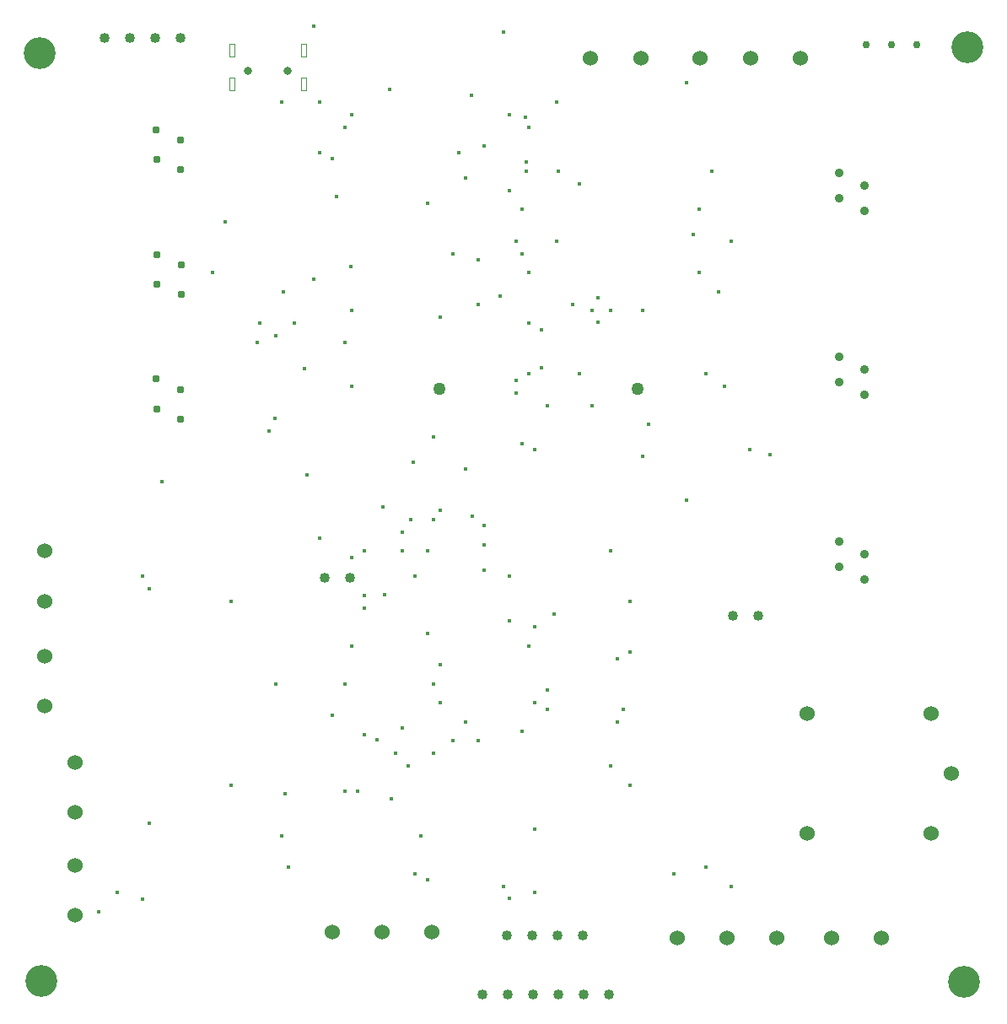
<source format=gbr>
G04 PROTEUS GERBER X2 FILE*
%TF.GenerationSoftware,Labcenter,Proteus,8.13-SP0-Build31525*%
%TF.CreationDate,2023-08-07T13:40:14+00:00*%
%TF.FileFunction,Plated,1,2,PTH*%
%TF.FilePolarity,Positive*%
%TF.Part,Single*%
%TF.SameCoordinates,{8d507f11-5f74-4f73-9321-756942b8957b}*%
%FSLAX45Y45*%
%MOMM*%
G01*
%TA.AperFunction,ViaDrill*%
%ADD211C,0.381000*%
%TA.AperFunction,ComponentDrill*%
%ADD212C,1.524000*%
%ADD213C,1.270000*%
%TA.AperFunction,Slot*%
%ADD214C,0.000000*%
%TA.AperFunction,MechanicalDrill*%
%ADD215C,0.800000*%
%TA.AperFunction,OtherDrill,Unknown*%
%ADD216C,3.200000*%
%TA.AperFunction,ComponentDrill*%
%ADD217C,0.889000*%
%ADD218C,0.787400*%
%ADD219C,1.016000*%
%TA.AperFunction,ComponentDrill*%
%ADD220C,0.762000*%
%TD.AperFunction*%
D211*
X-698500Y-1333500D03*
X-3619500Y-254000D03*
X+230000Y+3810000D03*
X+550000Y+3810000D03*
X+540000Y+4510000D03*
X-1841500Y+4508500D03*
X-952500Y-2159000D03*
X-190500Y+63500D03*
X+1841500Y+4699000D03*
X-1905000Y+5270500D03*
X-2286000Y-1333500D03*
X-3873500Y-3429000D03*
X+317500Y+1016000D03*
X+1270000Y-1016000D03*
X+1270000Y-2349500D03*
X-1968500Y+762000D03*
X-508000Y-1905000D03*
X-762000Y-825500D03*
X+1079500Y+2413000D03*
X+2032000Y+1778000D03*
X+889000Y+2413000D03*
X-1530000Y+2857500D03*
X-1524000Y+4381500D03*
X-1524000Y+2413000D03*
X-1397000Y-444500D03*
X-1397000Y-571500D03*
X-698500Y-2032000D03*
X-2730500Y-2349500D03*
X-889000Y-3238500D03*
X+1460500Y+1270000D03*
X+2286000Y-3365500D03*
X-2159000Y-3175000D03*
X-1460500Y-2413000D03*
X-3556000Y-381000D03*
X-3556000Y-2730500D03*
X-1587500Y-2413000D03*
X-3619500Y-3492500D03*
X-2222500Y-2857500D03*
X+254000Y-952500D03*
X+254000Y+1778000D03*
X+508000Y-635000D03*
X+381000Y+2222500D03*
X+381000Y+1841500D03*
X-381000Y+825500D03*
X-381000Y+3746500D03*
X+63500Y-254000D03*
X+0Y-3365500D03*
X-1670000Y+3560000D03*
X+2222500Y+1651000D03*
X+2159000Y+2603500D03*
X-635000Y+2349500D03*
X+950000Y+2300000D03*
X-930000Y+320000D03*
X-889000Y-254000D03*
X-1190000Y-440000D03*
X-1206500Y+444500D03*
X-1841500Y+4000500D03*
X-317500Y+4572000D03*
X+952500Y+2540000D03*
X+1397000Y+2413000D03*
X-310000Y+350000D03*
X-254000Y+2476500D03*
X-2095500Y+2286000D03*
X-2470000Y+2095500D03*
X-1524000Y+1651000D03*
X-1587500Y+4254500D03*
X+2476500Y+1016000D03*
X-1397000Y+0D03*
X+1841500Y+508000D03*
X+317500Y-3429000D03*
X-1143000Y+4635500D03*
X+762000Y+1778000D03*
X-1524000Y-952500D03*
X-4064000Y-3619500D03*
X-1905000Y+2730500D03*
X-1120239Y-2484738D03*
X-1267913Y-1895272D03*
X-1397000Y-1841500D03*
X+254000Y+2794000D03*
X+254000Y+2286000D03*
X-2440057Y+2290000D03*
X-1587500Y+2095500D03*
X-508000Y+2984500D03*
X-698500Y+1143000D03*
X-635000Y-1524000D03*
X-635000Y+410000D03*
X-2349500Y+1206500D03*
X+127000Y+1714500D03*
X+127000Y+3111500D03*
X+127000Y+1587500D03*
X+540000Y+3110000D03*
X+444500Y+1460500D03*
X-762000Y+3492500D03*
X-1016000Y+0D03*
X-698500Y+317500D03*
X-635000Y-1143000D03*
X+190500Y+1079500D03*
X+190500Y+2984500D03*
X+63500Y+3619500D03*
X+63500Y+4381500D03*
X+1206500Y-1587500D03*
X+1270000Y-508000D03*
X+2032000Y-3175000D03*
X+317500Y-1524000D03*
X+1714500Y-3238500D03*
X-762000Y-3302000D03*
X-190500Y+4064000D03*
X+1968500Y+3429000D03*
X+254000Y+4254500D03*
X+1968500Y+2794000D03*
X+0Y+5207000D03*
X+220000Y+4360000D03*
X+230000Y+3910000D03*
X+1905000Y+3175000D03*
X+698500Y+2476500D03*
X+444500Y-1397000D03*
X+444500Y-1587500D03*
X+190500Y+3429000D03*
X-190500Y+254000D03*
X-254000Y+2921000D03*
X+762000Y+3683000D03*
X-1714500Y+3937000D03*
X-2222500Y+4508500D03*
X+2095500Y+3810000D03*
X+889000Y+1460500D03*
X-1714500Y-1651000D03*
X-1524000Y-63500D03*
X-1587500Y-1333500D03*
X+2682250Y+967750D03*
X-1998208Y+1834760D03*
X-900000Y+890000D03*
X-762000Y+0D03*
X-2190000Y-2430000D03*
X-2210000Y+2600000D03*
X-2286000Y+2159000D03*
X-1016000Y+190500D03*
X+1397000Y+952500D03*
X-254000Y-1905000D03*
X-444500Y+4000500D03*
X-1079500Y-2032000D03*
X-3429000Y+698500D03*
X-1841500Y+127000D03*
X-825500Y-2857500D03*
X-1016000Y-1778000D03*
X+317500Y-2794000D03*
X+317500Y-762000D03*
X+190500Y-1810000D03*
X-190500Y-190500D03*
X-381000Y-1714500D03*
X+2286000Y+3111500D03*
X-2794000Y+3302000D03*
X-2921000Y+2794000D03*
X-2730500Y-508000D03*
X-2290000Y+1330000D03*
X+1143000Y-1714500D03*
X+1143000Y-1079500D03*
X+63500Y-3480000D03*
X+63500Y-698500D03*
X-30000Y+2560000D03*
X+1079500Y-2159000D03*
X+1079500Y+0D03*
D212*
X-4300000Y-3150000D03*
X-4300000Y-3650380D03*
X-1714000Y-3820000D03*
X-1213620Y-3820000D03*
X-713240Y-3820000D03*
D213*
X+1350000Y+1630000D03*
X-640000Y+1630000D03*
D212*
X-4600000Y-1050000D03*
X-4600000Y-1550380D03*
D214*
X-2695000Y+4967500D02*
X-2745000Y+4967500D01*
X-2745000Y+5092500D01*
X-2695000Y+5092500D01*
X-2695000Y+4967500D01*
X-2695000Y+4627500D02*
X-2745000Y+4627500D01*
X-2745000Y+4752500D01*
X-2695000Y+4752500D01*
X-2695000Y+4627500D01*
X-1975000Y+4627500D02*
X-2025000Y+4627500D01*
X-2025000Y+4752500D01*
X-1975000Y+4752500D01*
X-1975000Y+4627500D01*
X-1975000Y+4967500D02*
X-2025000Y+4967500D01*
X-2025000Y+5092500D01*
X-1975000Y+5092500D01*
X-1975000Y+4967500D01*
D215*
X-2160000Y+4820000D03*
X-2560000Y+4820000D03*
D216*
X-4640000Y-4310000D03*
X+4630000Y-4320000D03*
X+4660000Y+5060000D03*
X-4650000Y+5000000D03*
D212*
X-4600000Y+0D03*
X-4600000Y-500380D03*
D217*
X+3625000Y+3419000D03*
X+3371000Y+3546000D03*
X+3625000Y+3673000D03*
X+3371000Y+3800000D03*
X+3625000Y+1569000D03*
X+3371000Y+1696000D03*
X+3625000Y+1823000D03*
X+3371000Y+1950000D03*
X+3625000Y-285000D03*
X+3371000Y-158000D03*
X+3625000Y-31000D03*
X+3371000Y+96000D03*
D218*
X-3236000Y+4125000D03*
X-3236000Y+3829000D03*
X-3485012Y+4229010D03*
X-3480000Y+3930000D03*
X-3230988Y+2875990D03*
X-3230988Y+2579990D03*
X-3480000Y+2980000D03*
X-3474988Y+2680990D03*
X-3236000Y+1625000D03*
X-3236000Y+1329000D03*
X-3485012Y+1729010D03*
X-3480000Y+1430000D03*
D212*
X+2980760Y+4950000D03*
X+2480380Y+4950000D03*
X+1980000Y+4950000D03*
D219*
X-204000Y-4450000D03*
X+50000Y-4450000D03*
X+304000Y-4450000D03*
X+558000Y-4450000D03*
X+812000Y-4450000D03*
X+1066000Y-4450000D03*
D212*
X+1380380Y+4950000D03*
X+880000Y+4950000D03*
D219*
X-3238000Y+5150000D03*
X-3492000Y+5150000D03*
X-3746000Y+5150000D03*
X-4000000Y+5150000D03*
X-1536000Y-270000D03*
X-1790000Y-270000D03*
D212*
X+1749240Y-3880000D03*
X+2249620Y-3880000D03*
X+2750000Y-3880000D03*
X+4300000Y-2830000D03*
X+4300000Y-1630000D03*
X+4500000Y-2230000D03*
X+3050000Y-1630000D03*
X+3050000Y-2830000D03*
X-4300000Y-2120000D03*
X-4300000Y-2620380D03*
X+3299620Y-3880000D03*
X+3800000Y-3880000D03*
D220*
X+3646000Y+5080000D03*
X+4154000Y+5080000D03*
X+3900000Y+5080000D03*
D219*
X+40000Y-3857639D03*
X+294000Y-3857639D03*
X+548000Y-3857639D03*
X+802000Y-3857639D03*
X+2310000Y-650000D03*
X+2564000Y-650000D03*
M02*

</source>
